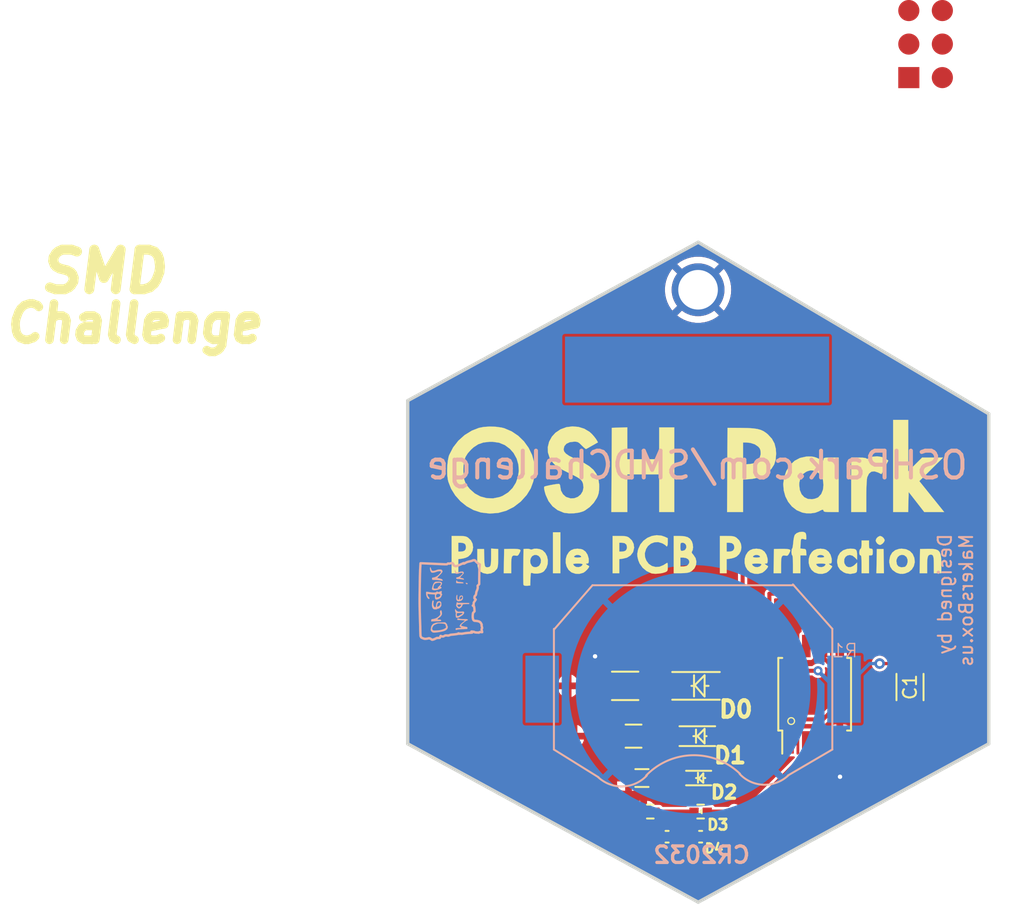
<source format=kicad_pcb>
(kicad_pcb (version 20201115) (generator pcbnew)
  (layers (0 "F.Cu" signal) (31 "B.Cu" signal) (34 "B.Paste" user) (35 "F.Paste" user) (36 "B.SilkS" user "B.Silkscreen") (37 "F.SilkS" user "F.Silkscreen") (38 "B.Mask" user) (39 "F.Mask" user) (44 "Edge.Cuts" user))
  (net 0 "")
  (net 1 "GND")
  (net 2 "+BATT")
  (net 3 "Net-(CON1-Pad1)")
  (net 4 "Net-(CON1-Pad3)")
  (net 5 "Net-(CON1-Pad4)")
  (net 6 "Net-(CON1-Pad5)")
  (net 7 "Net-(D1-Pad1)")
  (net 8 "Net-(D2-Pad1)")
  (net 9 "Net-(D3-Pad1)")
  (net 10 "Net-(D0-Pad1)")
  (net 11 "Net-(D3-Pad2)")
  (net 12 "Net-(D4-Pad2)")
  (net 13 "Net-(D4-Pad1)")
  (footprint "footprints:testPad" (layer "F.Cu") (at 200.4325 107.2475)
    (fp_text reference "PG2" hide)
    (fp_text value "CONN_01X01")
    (pad "1" smd oval (at 0 0) (size 0.508 0.762) (layers "F.Cu" "F.Paste" "F.Mask") (net 1 "GND"))
  )
  (footprint "footprints:R_1206" (layer "F.Cu") (at 203.0995 100.2625 180)
    (fp_text reference "R0" hide)
    (fp_text value "330")
    (pad "1" smd rect (at -1.778 0 180) (size 1.1 1.7) (layers "F.Cu" "F.Paste" "F.Mask") (net 10 "Net-(D0-Pad1)"))
    (pad "2" smd rect (at 1.651 0 180) (size 1.1 1.7) (layers "F.Cu" "F.Paste" "F.Mask") (net 1 "GND"))
  )
  (footprint "footprints:testPad" (layer "F.Cu") (at 212.6245 100.2625)
    (fp_text reference "P0" hide)
    (fp_text value "CONN_01X01")
    (pad "1" smd oval (at 0 0) (size 0.508 0.762) (layers "F.Cu" "F.Paste" "F.Mask") (net 5 "Net-(CON1-Pad4)"))
  )
  (footprint "myFootPrints:MadeInOregonRev25" (layer "F.Cu") (at 189.895 93.75 -90)
    (fp_text reference "VAL" hide)
    (fp_text value "MadeInOregonRev25" hide)
  )
  (footprint "Pin_Headers:Pin_Header_Straight_1x01" (layer "F.Cu") (at 208.44 70.5)
    (fp_text reference "P1" hide)
    (fp_text value "CONN_01X01")
    (pad "" thru_hole circle (at 0.18 -0.25) (size 4 4) (drill 3) (layers *.Cu *.Mask) (net 1 "GND"))
  )
  (footprint "footprints:testPad" (layer "F.Cu") (at 204.687 111.6925)
    (fp_text reference "PG4" hide)
    (fp_text value "CONN_01X01")
    (pad "1" smd oval (at 0 0) (size 0.508 0.762) (layers "F.Cu" "F.Paste" "F.Mask") (net 1 "GND"))
  )
  (footprint "footprints:SOIJ-8_5.3x5.3mm_Pitch1.27mm" (layer "F.Cu") (at 217.4505 100.8975 90)
    (fp_text reference "IC1" hide)
    (fp_text value "IC1")
    (pad "1" smd rect (at -3.65 -1.905 90) (size 1.7 0.65) (layers "F.Cu" "F.Paste" "F.Mask") (net 6 "Net-(CON1-Pad5)"))
    (pad "2" smd rect (at -3.65 -0.635 90) (size 1.7 0.65) (layers "F.Cu" "F.Paste" "F.Mask") (net 11 "Net-(D3-Pad2)"))
    (pad "3" smd rect (at -3.65 0.635 90) (size 1.7 0.65) (layers "F.Cu" "F.Paste" "F.Mask") (net 12 "Net-(D4-Pad2)"))
    (pad "4" smd rect (at -3.65 1.905 90) (size 1.7 0.65) (layers "F.Cu" "F.Paste" "F.Mask") (net 1 "GND"))
    (pad "5" smd rect (at 3.65 1.905 90) (size 1.7 0.65) (layers "F.Cu" "F.Paste" "F.Mask") (net 5 "Net-(CON1-Pad4)"))
    (pad "6" smd rect (at 3.65 0.635 90) (size 1.7 0.65) (layers "F.Cu" "F.Paste" "F.Mask") (net 3 "Net-(CON1-Pad1)"))
    (pad "7" smd rect (at 3.65 -0.635 90) (size 1.7 0.65) (layers "F.Cu" "F.Paste" "F.Mask") (net 4 "Net-(CON1-Pad3)"))
    (pad "8" smd rect (at 3.65 -1.905 90) (size 1.7 0.65) (layers "F.Cu" "F.Paste" "F.Mask") (net 2 "+BATT"))
  )
  (footprint "footprints:R_0402" (layer "F.Cu") (at 205.0045 109.7875 180)
    (fp_text reference "R3" hide)
    (fp_text value "330")
    (pad "1" smd rect (at -0.4 0 180) (size 0.6 0.6) (layers "F.Cu" "F.Paste" "F.Mask") (net 9 "Net-(D3-Pad1)"))
    (pad "2" smd rect (at 0.5 0 180) (size 0.6 0.6) (layers "F.Cu" "F.Paste" "F.Mask") (net 1 "GND"))
  )
  (footprint "LED_0402" (layer "F.Cu") (at 208.8145 109.7875)
    (fp_text reference "D3" (at 1.3 1) (layer "F.SilkS") (effects (font (size 0.8 0.8) (thickness 0.2))))
    (fp_text value "LED")
    (pad "1" smd rect (at -0.5 0) (size 0.7 0.6) (layers "F.Cu" "F.Paste" "F.Mask") (net 9 "Net-(D3-Pad1)"))
    (pad "2" smd rect (at 0.5 0) (size 0.7 0.6) (layers "F.Cu" "F.Paste" "F.Mask") (net 11 "Net-(D3-Pad2)"))
  )
  (footprint "myFootPrints:OSHParkPurple" (layer "F.Cu") (at 208.47 90.6)
    (fp_text reference "G***" hide)
    (fp_text value "LOGO" hide)
  )
  (footprint "footprints:R_0805" (layer "F.Cu") (at 203.7345 104.0725 180)
    (fp_text reference "R1" hide)
    (fp_text value "330")
    (pad "1" smd rect (at -1.143 0 180) (size 0.9 1.3) (layers "F.Cu" "F.Paste" "F.Mask") (net 7 "Net-(D1-Pad1)"))
    (pad "2" smd rect (at 1.143 0 180) (size 0.9 1.3) (layers "F.Cu" "F.Paste" "F.Mask") (net 1 "GND"))
  )
  (footprint "footprints:testPad" (layer "F.Cu") (at 211.1005 111.6925)
    (fp_text reference "P4" hide)
    (fp_text value "CONN_01X01")
    (pad "1" smd oval (at 0 0) (size 0.508 0.762) (layers "F.Cu" "F.Paste" "F.Mask") (net 12 "Net-(D4-Pad2)"))
  )
  (footprint "footprints:testPad" (layer "F.Cu") (at 212.1165 104.0725)
    (fp_text reference "P1" hide)
    (fp_text value "CONN_01X01")
    (pad "1" smd oval (at 0 0) (size 0.508 0.762) (layers "F.Cu" "F.Paste" "F.Mask") (net 3 "Net-(CON1-Pad1)"))
  )
  (footprint "footprints:LED-0805" (layer "F.Cu") (at 208.8145 104.0725)
    (fp_text reference "D1" (at 2.2225 1.4605) (layer "F.SilkS") (effects (font (size 1.2 1.2) (thickness 0.3))))
    (fp_text value "LED")
    (pad "1" smd rect (at -1.27 0 180) (size 1.3 1.19888) (layers "F.Cu" "F.Paste" "F.Mask") (net 7 "Net-(D1-Pad1)"))
    (pad "2" smd rect (at 1.143 0 180) (size 1.3 1.19888) (layers "F.Cu" "F.Paste" "F.Mask") (net 3 "Net-(CON1-Pad1)"))
  )
  (footprint "footprints:testPad" (layer "F.Cu") (at 198.7815 100.2625)
    (fp_text reference "PG0" hide)
    (fp_text value "CONN_01X01")
    (pad "1" smd oval (at 0 0) (size 0.508 0.762) (layers "F.Cu" "F.Paste" "F.Mask") (net 1 "GND"))
  )
  (footprint "myFootPrints:OSHPark" (layer "F.Cu") (at 208.47 83.6)
    (fp_text reference "G***" hide)
    (fp_text value "LOGO" hide)
  )
  (footprint "footprints:LED-0603" (layer "F.Cu") (at 208.8145 107.2475)
    (fp_text reference "D2" (at 1.778 1.0795) (layer "F.SilkS") (effects (font (thickness 0.25))))
    (fp_text value "LED")
    (pad "1" smd rect (at -0.889 0 180) (size 1 0.79756) (layers "F.Cu" "F.Paste" "F.Mask") (net 8 "Net-(D2-Pad1)"))
    (pad "2" smd rect (at 0.889 0 180) (size 1 0.79756) (layers "F.Cu" "F.Paste" "F.Mask") (net 4 "Net-(CON1-Pad3)"))
  )
  (footprint "footprints:testPad" (layer "F.Cu") (at 211.7355 107.2475)
    (fp_text reference "P2" hide)
    (fp_text value "CONN_01X01")
    (pad "1" smd oval (at 0 0) (size 0.508 0.762) (layers "F.Cu" "F.Paste" "F.Mask") (net 4 "Net-(CON1-Pad3)"))
  )
  (footprint "footprints:testPad" (layer "F.Cu") (at 199.226 104.0725)
    (fp_text reference "PG1" hide)
    (fp_text value "CONN_01X01")
    (pad "1" smd oval (at 0 0) (size 0.508 0.762) (layers "F.Cu" "F.Paste" "F.Mask") (net 1 "GND"))
  )
  (footprint "footprints:LED-1206" (layer "F.Cu") (at 208.8145 100.2625)
    (fp_text reference "D0" (at 2.667 1.778) (layer "F.SilkS") (effects (font (size 1.25 1.25) (thickness 0.3125))))
    (fp_text value "LED")
    (pad "1" smd rect (at -1.651 0 180) (size 1.7 1.80086) (layers "F.Cu" "F.Paste" "F.Mask") (net 10 "Net-(D0-Pad1)"))
    (pad "2" smd rect (at 1.524 0 180) (size 1.7 1.80086) (layers "F.Cu" "F.Paste" "F.Mask") (net 5 "Net-(CON1-Pad4)"))
  )
  (footprint "footprints:R_0603" (layer "F.Cu") (at 204.3695 107.2475 180)
    (fp_text reference "R2" hide)
    (fp_text value "330")
    (pad "1" smd rect (at -0.889 0 180) (size 0.7 0.9) (layers "F.Cu" "F.Paste" "F.Mask") (net 8 "Net-(D2-Pad1)"))
    (pad "2" smd rect (at 1.016 0 180) (size 0.7 0.9) (layers "F.Cu" "F.Paste" "F.Mask") (net 1 "GND"))
  )
  (footprint "footprints:R_0201" (layer "F.Cu") (at 206.2745 111.6925 180)
    (fp_text reference "R4" hide)
    (fp_text value "330")
    (pad "1" smd rect (at -0.4 0 180) (size 0.45 0.43) (layers "F.Cu" "F.Paste" "F.Mask") (net 13 "Net-(D4-Pad1)"))
    (pad "2" smd rect (at 0.4 0 180) (size 0.45 0.43) (layers "F.Cu" "F.Paste" "F.Mask") (net 1 "GND"))
  )
  (footprint "footprints:AVR-ISP-6" (layer "F.Cu") (at 227.12 54.175 180)
    (fp_text reference "CON1" hide)
    (fp_text value "AVR-ISP-6" hide)
    (pad "1" smd oval (at 0 0 180) (size 1.6 1.6) (layers "F.Cu" "F.Paste" "F.Mask") (net 3 "Net-(CON1-Pad1)"))
    (pad "2" smd rect (at 2.54 0 180) (size 1.6 1.6) (layers "F.Cu" "F.Paste" "F.Mask") (net 2 "+BATT"))
    (pad "3" smd oval (at 0 2.54 180) (size 1.6 1.6) (layers "F.Cu" "F.Paste" "F.Mask") (net 4 "Net-(CON1-Pad3)"))
    (pad "4" smd oval (at 2.54 2.54 180) (size 1.6 1.6) (layers "F.Cu" "F.Paste" "F.Mask") (net 5 "Net-(CON1-Pad4)"))
    (pad "5" smd oval (at 0 5.08 180) (size 1.6 1.6) (layers "F.Cu" "F.Paste" "F.Mask") (net 6 "Net-(CON1-Pad5)"))
    (pad "6" smd oval (at 2.54 5.08 180) (size 1.6 1.6) (layers "F.Cu" "F.Paste" "F.Mask") (net 1 "GND"))
  )
  (footprint "LED_0201" (layer "F.Cu") (at 208.8145 111.6925)
    (fp_text reference "D4" (at 1.016 0.889) (layer "F.SilkS") (effects (font (size 0.7 0.7) (thickness 0.175))))
    (fp_text value "LED")
    (pad "1" smd rect (at -0.3 0) (size 0.4 0.4) (layers "F.Cu" "F.Paste" "F.Mask") (net 13 "Net-(D4-Pad1)"))
    (pad "2" smd rect (at 0.3 0) (size 0.4 0.4) (layers "F.Cu" "F.Paste" "F.Mask") (net 12 "Net-(D4-Pad2)"))
  )
  (footprint "footprints:C_1206_HandSoldering" (layer "F.Cu") (at 224.67 100.353 90)
    (fp_text reference "C1" (at 0 0 270) (layer "F.SilkS"))
    (fp_text value "0.1 uF")
    (pad "1" smd rect (at -1.778 0 90) (size 1.6 1.6) (layers "F.Cu" "F.Paste" "F.Mask") (net 1 "GND"))
    (pad "2" smd rect (at 1.778 0 90) (size 1.6 1.6) (layers "F.Cu" "F.Paste" "F.Mask") (net 2 "+BATT"))
  )
  (footprint "footprints:testPad" (layer "F.Cu") (at 202.274 109.7875)
    (fp_text reference "PG3" hide)
    (fp_text value "CONN_01X01")
    (pad "1" smd oval (at 0 0) (size 0.508 0.762) (layers "F.Cu" "F.Paste" "F.Mask") (net 1 "GND"))
  )
  (footprint "footprints:testPad" (layer "F.Cu") (at 211.3545 109.7875)
    (fp_text reference "P3" hide)
    (fp_text value "CONN_01X01")
    (pad "1" smd oval (at 0 0) (size 0.508 0.762) (layers "F.Cu" "F.Paste" "F.Mask") (net 11 "Net-(D3-Pad2)"))
  )
  (footprint "footprints:BATT_CR2032_SMD" (layer "B.Cu") (at 208.245 100.515 180)
    (fp_text reference "BT1" hide)
    (fp_text value "Battery" hide)
    (pad "1" smd rect (at 11.43 0 180) (size 2.54 5.08) (layers "B.Cu" "B.Paste" "B.Mask"))
    (pad "1" smd rect (at -11.43 0 180) (size 2.54 5.08) (layers "B.Cu" "B.Paste" "B.Mask") (net 2 "+BATT"))
    (pad "2" smd circle (at 0 0 180) (size 17.78 17.78) (layers "B.Cu" "B.Paste" "B.Mask") (net 1 "GND"))
  )
  (footprint "Connect:1pin" (layer "B.Cu") (at 208.545 76.3)
    (fp_text reference "REF**" hide)
    (fp_text value "1pin")
    (pad "1" smd rect (at 0 0) (size 20 5) (layers "B.Cu" "B.Paste" "B.Mask"))
  )
  (gr_line (start 230.6338 104.652) (end 230.6338 79.652) (angle 90) (layer "Edge.Cuts") (width 0.254))
  (gr_line (start 186.6338 104.652) (end 208.6338 116.652) (angle 90) (layer "Edge.Cuts") (width 0.254))
  (gr_line (start 230.6338 79.652) (end 208.6338 66.652) (angle 90) (layer "Edge.Cuts") (width 0.254))
  (gr_line (start 186.6338 78.652) (end 186.6338 104.652) (angle 90) (layer "Edge.Cuts") (width 0.254))
  (gr_line (start 208.6338 116.652) (end 230.6338 104.652) (angle 90) (layer "Edge.Cuts") (width 0.254))
  (gr_line (start 208.6338 66.652) (end 186.6338 78.652) (angle 90) (layer "Edge.Cuts") (width 0.254))
  (gr_text "CR2032" (at 208.895 113.075) (layer "B.SilkS") (effects (font (size 1.25 1.25) (thickness 0.25)) (justify mirror)))
  (gr_text "OSHPark.com/SMDChallenge" (at 208.545 83.55) (layer "B.SilkS") (effects (font (size 2.032 1.905) (thickness 0.3048)) (justify mirror)))
  (gr_text "R1" (at 219.7365 97.5955) (layer "B.SilkS") (effects (font (size 1 1) (thickness 0.1)) (justify mirror)))
  (gr_text "Designed by\nMakersBox.us" (at 228.12 88.65 90) (layer "B.SilkS") (effects (font (size 1 1)) (justify left mirror)))
  (gr_text "SMD" (at 163.609 68.863) (layer "F.SilkS") (effects (font (size 3 3) (thickness 0.75) italic)))
  (gr_text "Challenge" (at 165.895 72.8) (layer "F.SilkS") (effects (font (size 2.75 2.6) (thickness 0.65) italic)))
  (segment (start 200.8135 97.9935) (end 200.8135 99.6275) (width 0.3048) (layer "F.Cu") (net 1))
  (segment (start 204.687 111.6925) (end 205.8745 111.6925) (width 0.3048) (layer "F.Cu") (net 1))
  (segment (start 199.353 104.0725) (end 202.5915 104.0725) (width 0.3048) (layer "F.Cu") (net 1))
  (segment (start 200.4325 107.2475) (end 203.3535 107.2475) (width 0.3048) (layer "F.Cu") (net 1))
  (segment (start 204.5045 109.7875) (end 204.5045 111.51) (width 0.3048) (layer "F.Cu") (net 1))
  (segment (start 202.274 109.7875) (end 204.5045 109.7875) (width 0.3048) (layer "F.Cu") (net 1))
  (segment (start 203.3535 107.2475) (end 203.3535 108.6365) (width 0.3048) (layer "F.Cu") (net 1))
  (segment (start 201.4485 100.2625) (end 201.4485 102.9295) (width 0.3048) (layer "F.Cu") (net 1))
  (segment (start 203.3535 108.6365) (end 204.5045 109.7875) (width 0.3048) (layer "F.Cu") (net 1))
  (segment (start 219.3555 107.1355) (end 219.37 107.15) (width 0.3048) (layer "F.Cu") (net 1))
  (segment (start 204.5045 111.51) (end 204.687 111.6925) (width 0.3048) (layer "F.Cu") (net 1))
  (segment (start 201.4485 100.2625) (end 198.7815 100.2625) (width 0.3048) (layer "F.Cu") (net 1))
  (segment (start 200.8135 99.6275) (end 201.4485 100.2625) (width 0.3048) (layer "F.Cu") (net 1))
  (segment (start 201.4485 102.9295) (end 202.5915 104.0725) (width 0.3048) (layer "F.Cu") (net 1))
  (segment (start 219.3555 104.5475) (end 219.3555 107.1355) (width 0.3048) (layer "F.Cu") (net 1))
  (via (at 200.82 98.025) (size 0.6858) (drill 0.3302) (layers "F.Cu" "B.Cu") (net 1))
  (via (at 219.37 107.15) (size 0.6858) (drill 0.3302) (layers "F.Cu" "B.Cu") (net 1))
  (segment (start 215.5455 98.2305) (end 216.4345 99.1195) (width 0.3048) (layer "F.Cu") (net 2))
  (segment (start 224.67 98.575) (end 222.37 98.575) (width 0.25) (layer "F.Cu") (net 2))
  (segment (start 216.4345 99.1195) (end 217.7045 99.1195) (width 0.3048) (layer "F.Cu") (net 2))
  (segment (start 215.5455 97.2475) (end 215.5455 98.2305) (width 0.3048) (layer "F.Cu") (net 2))
  (via (at 222.37 98.575) (size 0.8) (drill 0.4) (layers "F.Cu" "B.Cu") (net 2))
  (via (at 217.7045 99.1195) (size 0.6858) (drill 0.3302) (layers "F.Cu" "B.Cu") (net 2))
  (segment (start 222.37 98.575) (end 221.615 98.575) (width 0.25) (layer "B.Cu") (net 2))
  (segment (start 217.7045 99.1195) (end 219.6095 101.0245) (width 0.3048) (layer "B.Cu") (net 2))
  (segment (start 221.615 98.575) (end 219.675 100.515) (width 0.25) (layer "B.Cu") (net 2))
  (segment (start 212.1165 104.0725) (end 212.2435 104.0725) (width 0.3048) (layer "F.Cu") (net 3))
  (segment (start 218.0855 98.1035) (end 219.1015 99.1195) (width 0.3048) (layer "F.Cu") (net 3))
  (segment (start 213.3865 102.8025) (end 216.0535 102.8025) (width 0.3048) (layer "F.Cu") (net 3))
  (segment (start 213.3865 102.8025) (end 212.2435 104.0725) (width 0.3048) (layer "F.Cu") (net 3))
  (segment (start 218.0855 102.8025) (end 216.0535 102.8025) (width 0.3048) (layer "F.Cu") (net 3))
  (segment (start 219.1015 101.7865) (end 218.0855 102.8025) (width 0.3048) (layer "F.Cu") (net 3))
  (segment (start 218.0855 97.2475) (end 218.0855 98.1035) (width 0.3048) (layer "F.Cu") (net 3))
  (segment (start 219.1015 99.1195) (end 219.1015 101.7865) (width 0.3048) (layer "F.Cu") (net 3))
  (segment (start 209.9575 104.0725) (end 212.1165 104.0725) (width 0.3048) (layer "F.Cu") (net 3))
  (segment (start 214.0215 101.0245) (end 213.1325 101.9135) (width 0.3048) (layer "F.Cu") (net 4))
  (segment (start 208.8145 102.9295) (end 209.7035 102.0405) (width 0.3048) (layer "F.Cu") (net 4))
  (segment (start 209.7035 107.2475) (end 209.7035 106.4855) (width 0.3048) (layer "F.Cu") (net 4))
  (segment (start 213.1325 101.9135) (end 209.8305 101.9135) (width 0.3048) (layer "F.Cu") (net 4))
  (segment (start 216.8155 97.2475) (end 216.8155 93.6585) (width 0.3048) (layer "F.Cu") (net 4))
  (segment (start 216.4345 93.2775) (end 214.0215 93.2775) (width 0.3048) (layer "F.Cu") (net 4))
  (segment (start 209.7035 106.4855) (end 208.8145 105.5965) (width 0.3048) (layer "F.Cu") (net 4))
  (segment (start 209.8305 101.9135) (end 209.7035 102.0405) (width 0.3048) (layer "F.Cu") (net 4))
  (segment (start 216.8155 93.6585) (end 216.4345 93.2775) (width 0.3048) (layer "F.Cu") (net 4))
  (segment (start 208.8145 105.5965) (end 208.8145 102.9295) (width 0.3048) (layer "F.Cu") (net 4))
  (segment (start 214.0215 93.2775) (end 214.0215 101.0245) (width 0.3048) (layer "F.Cu") (net 4))
  (segment (start 209.7035 107.2475) (end 211.7355 107.2475) (width 0.3048) (layer "F.Cu") (net 4))
  (segment (start 211.995 92.764) (end 212.6245 93.3935) (width 0.3048) (layer "F.Cu") (net 5))
  (segment (start 212.6245 93.3935) (end 212.6245 94.6745) (width 0.3048) (layer "F.Cu") (net 5))
  (segment (start 219.3555 97.2475) (end 219.3555 94.0395) (width 0.3048) (layer "F.Cu") (net 5))
  (segment (start 211.9895 90.3565) (end 211.995 90.362) (width 0.3048) (layer "F.Cu") (net 5))
  (segment (start 211.995 90.362) (end 211.995 92.764) (width 0.3048) (layer "F.Cu") (net 5))
  (segment (start 210.3385 100.2625) (end 212.6245 100.2625) (width 0.3048) (layer "F.Cu") (net 5))
  (segment (start 219.3555 94.0395) (end 215.6725 90.3565) (width 0.3048) (layer "F.Cu") (net 5))
  (segment (start 215.6725 90.3565) (end 211.9895 90.3565) (width 0.3048) (layer "F.Cu") (net 5))
  (segment (start 212.6245 100.2625) (end 212.6245 94.6745) (width 0.3048) (layer "F.Cu") (net 5))
  (segment (start 204.8775 104.0725) (end 207.5445 104.0725) (width 0.3048) (layer "F.Cu") (net 7))
  (segment (start 205.2585 107.2475) (end 207.9255 107.2475) (width 0.3048) (layer "F.Cu") (net 8))
  (segment (start 205.4045 109.7875) (end 208.2145 109.7875) (width 0.3048) (layer "F.Cu") (net 9))
  (segment (start 207.1635 100.2625) (end 204.8775 100.2625) (width 0.3048) (layer "F.Cu") (net 10))
  (segment (start 216.8155 105.3425) (end 216.8155 104.5475) (width 0.3048) (layer "F.Cu") (net 11))
  (segment (start 212.3705 109.7875) (end 216.8155 105.3425) (width 0.3048) (layer "F.Cu") (net 11))
  (segment (start 211.3545 109.7875) (end 212.3705 109.7875) (width 0.3048) (layer "F.Cu") (net 11))
  (segment (start 209.3145 109.7875) (end 211.3545 109.7875) (width 0.3048) (layer "F.Cu") (net 11))
  (segment (start 211.6085 111.6925) (end 218.0855 105.2155) (width 0.3048) (layer "F.Cu") (net 12))
  (segment (start 209.1145 111.6925) (end 209.7035 111.6925) (width 0.3048) (layer "F.Cu") (net 12))
  (segment (start 218.0855 105.2155) (end 218.0855 104.5475) (width 0.3048) (layer "F.Cu") (net 12))
  (segment (start 209.7035 111.6925) (end 211.1005 111.6925) (width 0.3048) (layer "F.Cu") (net 12))
  (segment (start 211.2275 111.6925) (end 211.6085 111.6925) (width 0.3048) (layer "F.Cu") (net 12))
  (segment (start 208.5145 111.6925) (end 207.9255 111.6925) (width 0.3048) (layer "F.Cu") (net 13))
  (segment (start 207.9255 111.6925) (end 206.6745 111.6925) (width 0.3048) (layer "F.Cu") (net 13))
  (zone (net 1) (net_name "GND") (layer "F.Cu") (connect_pads (clearance 0.1524)) (min_thickness 0.1524) (fill yes (thermal_gap 0.508) (thermal_bridge_width 0.508))
    (polygon (pts (xy 233.323 117.5476) (xy 183.92 117.7) (xy 184.0724 65.757) (xy 233.323 65.9856)))
  )
  (zone (net 1) (net_name "GND") (layer "B.Cu") (connect_pads (clearance 0.2032)) (min_thickness 0.2) (fill yes (thermal_gap 0.508) (thermal_bridge_width 0.508))
    (polygon (pts (xy 233.264817 65.924315) (xy 183.861817 65.771915) (xy 184.014217 117.714915) (xy 233.264817 117.486315)))
  )
)
</source>
